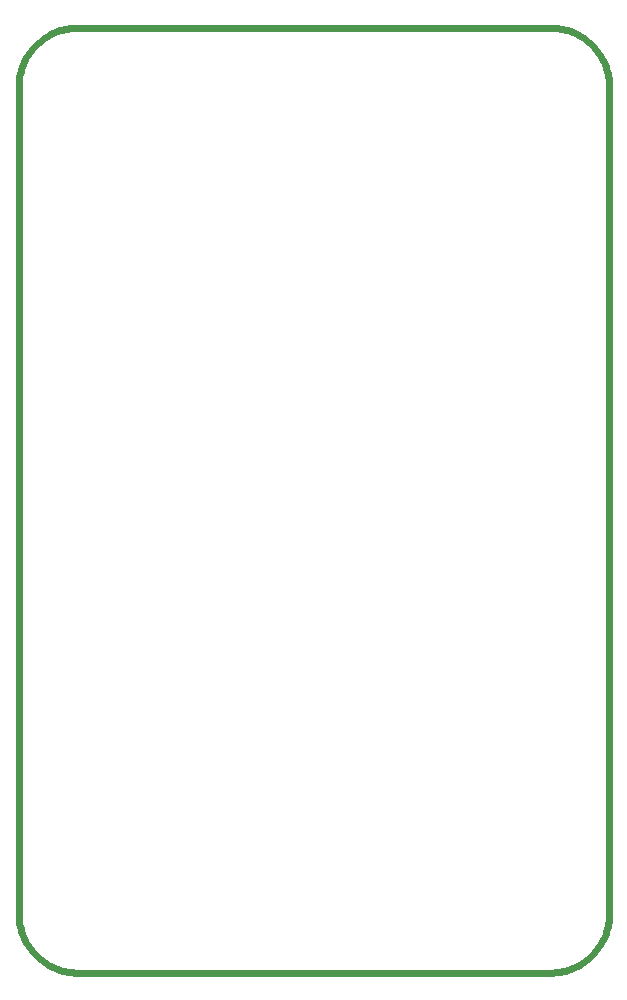
<source format=gts>
G75*
%MOIN*%
%OFA0B0*%
%FSLAX24Y24*%
%IPPOS*%
%LPD*%
%AMOC8*
5,1,8,0,0,1.08239X$1,22.5*
%
%ADD10C,0.0240*%
D10*
X000220Y002189D02*
X000220Y029748D01*
X000222Y029834D01*
X000227Y029920D01*
X000237Y030005D01*
X000250Y030090D01*
X000267Y030174D01*
X000287Y030258D01*
X000311Y030340D01*
X000339Y030421D01*
X000370Y030502D01*
X000404Y030580D01*
X000442Y030657D01*
X000484Y030733D01*
X000528Y030806D01*
X000576Y030877D01*
X000627Y030947D01*
X000681Y031014D01*
X000737Y031078D01*
X000797Y031140D01*
X000859Y031200D01*
X000923Y031256D01*
X000990Y031310D01*
X001060Y031361D01*
X001131Y031409D01*
X001205Y031453D01*
X001280Y031495D01*
X001357Y031533D01*
X001435Y031567D01*
X001516Y031598D01*
X001597Y031626D01*
X001679Y031650D01*
X001763Y031670D01*
X001847Y031687D01*
X001932Y031700D01*
X002017Y031710D01*
X002103Y031715D01*
X002189Y031717D01*
X002189Y031716D02*
X017937Y031716D01*
X017937Y031717D02*
X018023Y031715D01*
X018109Y031710D01*
X018194Y031700D01*
X018279Y031687D01*
X018363Y031670D01*
X018447Y031650D01*
X018529Y031626D01*
X018610Y031598D01*
X018691Y031567D01*
X018769Y031533D01*
X018846Y031495D01*
X018922Y031453D01*
X018995Y031409D01*
X019066Y031361D01*
X019136Y031310D01*
X019203Y031256D01*
X019267Y031200D01*
X019329Y031140D01*
X019389Y031078D01*
X019445Y031014D01*
X019499Y030947D01*
X019550Y030877D01*
X019598Y030806D01*
X019642Y030733D01*
X019684Y030657D01*
X019722Y030580D01*
X019756Y030502D01*
X019787Y030421D01*
X019815Y030340D01*
X019839Y030258D01*
X019859Y030174D01*
X019876Y030090D01*
X019889Y030005D01*
X019899Y029920D01*
X019904Y029834D01*
X019906Y029748D01*
X019905Y029748D02*
X019905Y002189D01*
X019906Y002189D02*
X019904Y002103D01*
X019899Y002017D01*
X019889Y001932D01*
X019876Y001847D01*
X019859Y001763D01*
X019839Y001679D01*
X019815Y001597D01*
X019787Y001516D01*
X019756Y001435D01*
X019722Y001357D01*
X019684Y001280D01*
X019642Y001204D01*
X019598Y001131D01*
X019550Y001060D01*
X019499Y000990D01*
X019445Y000923D01*
X019389Y000859D01*
X019329Y000797D01*
X019267Y000737D01*
X019203Y000681D01*
X019136Y000627D01*
X019066Y000576D01*
X018995Y000528D01*
X018922Y000484D01*
X018846Y000442D01*
X018769Y000404D01*
X018691Y000370D01*
X018610Y000339D01*
X018529Y000311D01*
X018447Y000287D01*
X018363Y000267D01*
X018279Y000250D01*
X018194Y000237D01*
X018109Y000227D01*
X018023Y000222D01*
X017937Y000220D01*
X002189Y000220D01*
X002103Y000222D01*
X002017Y000227D01*
X001932Y000237D01*
X001847Y000250D01*
X001763Y000267D01*
X001679Y000287D01*
X001597Y000311D01*
X001516Y000339D01*
X001435Y000370D01*
X001357Y000404D01*
X001280Y000442D01*
X001204Y000484D01*
X001131Y000528D01*
X001060Y000576D01*
X000990Y000627D01*
X000923Y000681D01*
X000859Y000737D01*
X000797Y000797D01*
X000737Y000859D01*
X000681Y000923D01*
X000627Y000990D01*
X000576Y001060D01*
X000528Y001131D01*
X000484Y001205D01*
X000442Y001280D01*
X000404Y001357D01*
X000370Y001435D01*
X000339Y001516D01*
X000311Y001597D01*
X000287Y001679D01*
X000267Y001763D01*
X000250Y001847D01*
X000237Y001932D01*
X000227Y002017D01*
X000222Y002103D01*
X000220Y002189D01*
M02*

</source>
